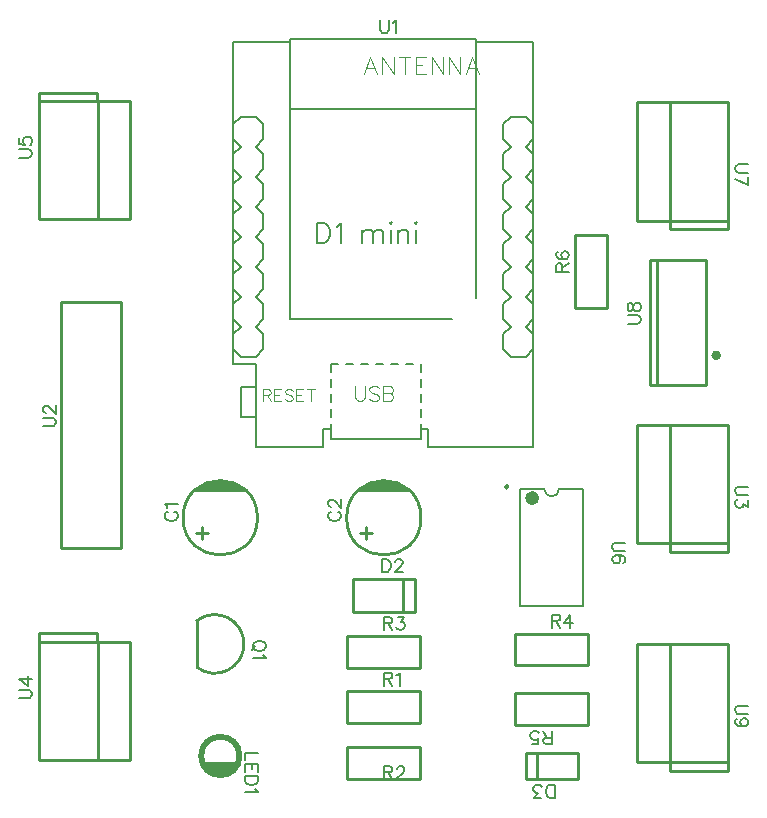
<source format=gto>
G04 Layer: TopSilkscreenLayer*
G04 EasyEDA v6.5.34, 2023-10-20 22:40:53*
G04 e57982c86cb447f5a272f3456a71b57b,57889503967a4714bf52c07adae62c9a,10*
G04 Gerber Generator version 0.2*
G04 Scale: 100 percent, Rotated: No, Reflected: No *
G04 Dimensions in millimeters *
G04 leading zeros omitted , absolute positions ,4 integer and 5 decimal *
%FSLAX45Y45*%
%MOMM*%

%ADD10C,0.1524*%
%ADD11C,0.1219*%
%ADD12C,0.1422*%
%ADD13C,0.0813*%
%ADD14C,0.1016*%
%ADD15C,0.2540*%
%ADD16C,0.1270*%
%ADD17C,0.2000*%
%ADD18C,0.2500*%
%ADD19C,0.6000*%
%ADD20C,0.4000*%
%ADD21C,0.0144*%

%LPD*%
D10*
X1853692Y9221978D02*
G01*
X1843278Y9216644D01*
X1832863Y9206229D01*
X1827784Y9196070D01*
X1827784Y9175242D01*
X1832863Y9164828D01*
X1843278Y9154413D01*
X1853692Y9149079D01*
X1869439Y9144000D01*
X1895347Y9144000D01*
X1910842Y9149079D01*
X1921255Y9154413D01*
X1931670Y9164828D01*
X1936750Y9175242D01*
X1936750Y9196070D01*
X1931670Y9206229D01*
X1921255Y9216644D01*
X1910842Y9221978D01*
X1848612Y9256268D02*
G01*
X1843278Y9266681D01*
X1827784Y9282176D01*
X1936750Y9282176D01*
X3237994Y9221972D02*
G01*
X3227580Y9216638D01*
X3217166Y9206224D01*
X3212086Y9196064D01*
X3212086Y9175236D01*
X3217166Y9164822D01*
X3227580Y9154408D01*
X3237994Y9149074D01*
X3253742Y9143994D01*
X3279650Y9143994D01*
X3295144Y9149074D01*
X3305558Y9154408D01*
X3315972Y9164822D01*
X3321052Y9175236D01*
X3321052Y9196064D01*
X3315972Y9206224D01*
X3305558Y9216638D01*
X3295144Y9221972D01*
X3237994Y9261342D02*
G01*
X3232914Y9261342D01*
X3222500Y9266676D01*
X3217166Y9271756D01*
X3212086Y9282170D01*
X3212086Y9302998D01*
X3217166Y9313412D01*
X3222500Y9318492D01*
X3232914Y9323826D01*
X3243328Y9323826D01*
X3253742Y9318492D01*
X3269236Y9308078D01*
X3321052Y9256262D01*
X3321052Y9328906D01*
X3667500Y8818636D02*
G01*
X3667500Y8709670D01*
X3667500Y8818636D02*
G01*
X3703822Y8818636D01*
X3719570Y8813556D01*
X3729730Y8803142D01*
X3735064Y8792728D01*
X3740144Y8776980D01*
X3740144Y8751072D01*
X3735064Y8735578D01*
X3729730Y8725164D01*
X3719570Y8714750D01*
X3703822Y8709670D01*
X3667500Y8709670D01*
X3779768Y8792728D02*
G01*
X3779768Y8797808D01*
X3784848Y8808222D01*
X3790182Y8813556D01*
X3800596Y8818636D01*
X3821170Y8818636D01*
X3831584Y8813556D01*
X3836918Y8808222D01*
X3841998Y8797808D01*
X3841998Y8787394D01*
X3836918Y8776980D01*
X3826504Y8761486D01*
X3774434Y8709670D01*
X3847332Y8709670D01*
X5129372Y6800288D02*
G01*
X5129372Y6909254D01*
X5129372Y6800288D02*
G01*
X5093050Y6800288D01*
X5077302Y6805368D01*
X5067142Y6815782D01*
X5061808Y6826196D01*
X5056728Y6841944D01*
X5056728Y6867852D01*
X5061808Y6883346D01*
X5067142Y6893760D01*
X5077302Y6904174D01*
X5093050Y6909254D01*
X5129372Y6909254D01*
X5012024Y6800288D02*
G01*
X4954874Y6800288D01*
X4985862Y6841944D01*
X4970368Y6841944D01*
X4959954Y6847024D01*
X4954874Y6852104D01*
X4949540Y6867852D01*
X4949540Y6878266D01*
X4954874Y6893760D01*
X4965288Y6904174D01*
X4980782Y6909254D01*
X4996276Y6909254D01*
X5012024Y6904174D01*
X5017104Y6899094D01*
X5022438Y6888680D01*
X2617213Y7178367D02*
G01*
X2508247Y7178367D01*
X2508247Y7178367D02*
G01*
X2508247Y7116137D01*
X2617213Y7081847D02*
G01*
X2508247Y7081847D01*
X2617213Y7081847D02*
G01*
X2617213Y7014283D01*
X2565397Y7081847D02*
G01*
X2565397Y7040191D01*
X2508247Y7081847D02*
G01*
X2508247Y7014283D01*
X2617213Y6979993D02*
G01*
X2508247Y6979993D01*
X2617213Y6979993D02*
G01*
X2617213Y6943417D01*
X2612133Y6927923D01*
X2601719Y6917509D01*
X2591305Y6912429D01*
X2575557Y6907095D01*
X2549649Y6907095D01*
X2534155Y6912429D01*
X2523741Y6917509D01*
X2513327Y6927923D01*
X2508247Y6943417D01*
X2508247Y6979993D01*
X2596385Y6872805D02*
G01*
X2601719Y6862391D01*
X2617213Y6846897D01*
X2508247Y6846897D01*
X2683713Y8095602D02*
G01*
X2678633Y8106016D01*
X2668219Y8116430D01*
X2657805Y8121764D01*
X2642057Y8126844D01*
X2616149Y8126844D01*
X2600655Y8121764D01*
X2590241Y8116430D01*
X2579827Y8106016D01*
X2574747Y8095602D01*
X2574747Y8074774D01*
X2579827Y8064614D01*
X2590241Y8054200D01*
X2600655Y8048866D01*
X2616149Y8043786D01*
X2642057Y8043786D01*
X2657805Y8048866D01*
X2668219Y8054200D01*
X2678633Y8064614D01*
X2683713Y8074774D01*
X2683713Y8095602D01*
X2595321Y8080108D02*
G01*
X2564333Y8048866D01*
X2662885Y8009496D02*
G01*
X2668219Y7999082D01*
X2683713Y7983334D01*
X2574747Y7983334D01*
X3683002Y7857723D02*
G01*
X3683002Y7748757D01*
X3683002Y7857723D02*
G01*
X3729738Y7857723D01*
X3745232Y7852643D01*
X3750566Y7847309D01*
X3755646Y7836895D01*
X3755646Y7826481D01*
X3750566Y7816067D01*
X3745232Y7810987D01*
X3729738Y7805907D01*
X3683002Y7805907D01*
X3719324Y7805907D02*
G01*
X3755646Y7748757D01*
X3789936Y7836895D02*
G01*
X3800350Y7842229D01*
X3816098Y7857723D01*
X3816098Y7748757D01*
X3683002Y7066968D02*
G01*
X3683002Y6958002D01*
X3683002Y7066968D02*
G01*
X3729738Y7066968D01*
X3745232Y7061888D01*
X3750566Y7056554D01*
X3755646Y7046140D01*
X3755646Y7035726D01*
X3750566Y7025312D01*
X3745232Y7020232D01*
X3729738Y7015152D01*
X3683002Y7015152D01*
X3719324Y7015152D02*
G01*
X3755646Y6958002D01*
X3795270Y7041060D02*
G01*
X3795270Y7046140D01*
X3800350Y7056554D01*
X3805684Y7061888D01*
X3816098Y7066968D01*
X3836672Y7066968D01*
X3847086Y7061888D01*
X3852420Y7056554D01*
X3857500Y7046140D01*
X3857500Y7035726D01*
X3852420Y7025312D01*
X3842006Y7009818D01*
X3789936Y6958002D01*
X3862834Y6958002D01*
X3683002Y8329330D02*
G01*
X3683002Y8220364D01*
X3683002Y8329330D02*
G01*
X3729738Y8329330D01*
X3745232Y8324250D01*
X3750566Y8318916D01*
X3755646Y8308502D01*
X3755646Y8298088D01*
X3750566Y8287674D01*
X3745232Y8282594D01*
X3729738Y8277514D01*
X3683002Y8277514D01*
X3719324Y8277514D02*
G01*
X3755646Y8220364D01*
X3800350Y8329330D02*
G01*
X3857500Y8329330D01*
X3826512Y8287674D01*
X3842006Y8287674D01*
X3852420Y8282594D01*
X3857500Y8277514D01*
X3862834Y8261766D01*
X3862834Y8251352D01*
X3857500Y8235858D01*
X3847086Y8225444D01*
X3831592Y8220364D01*
X3816098Y8220364D01*
X3800350Y8225444D01*
X3795270Y8230524D01*
X3789936Y8240938D01*
X5103980Y8347344D02*
G01*
X5103980Y8238378D01*
X5103980Y8347344D02*
G01*
X5150716Y8347344D01*
X5166210Y8342264D01*
X5171544Y8336930D01*
X5176624Y8326516D01*
X5176624Y8316102D01*
X5171544Y8305688D01*
X5166210Y8300608D01*
X5150716Y8295528D01*
X5103980Y8295528D01*
X5140302Y8295528D02*
G01*
X5176624Y8238378D01*
X5262984Y8347344D02*
G01*
X5210914Y8274700D01*
X5288892Y8274700D01*
X5262984Y8347344D02*
G01*
X5262984Y8238378D01*
X5103980Y7255502D02*
G01*
X5103980Y7364468D01*
X5103980Y7255502D02*
G01*
X5057244Y7255502D01*
X5041750Y7260582D01*
X5036416Y7265916D01*
X5031336Y7276330D01*
X5031336Y7286744D01*
X5036416Y7297158D01*
X5041750Y7302238D01*
X5057244Y7307318D01*
X5103980Y7307318D01*
X5067658Y7307318D02*
G01*
X5031336Y7364468D01*
X4934562Y7255502D02*
G01*
X4986632Y7255502D01*
X4991712Y7302238D01*
X4986632Y7297158D01*
X4970884Y7291824D01*
X4955390Y7291824D01*
X4939896Y7297158D01*
X4929482Y7307318D01*
X4924148Y7323066D01*
X4924148Y7333480D01*
X4929482Y7348974D01*
X4939896Y7359388D01*
X4955390Y7364468D01*
X4970884Y7364468D01*
X4986632Y7359388D01*
X4991712Y7354308D01*
X4997046Y7343894D01*
X5142484Y11252200D02*
G01*
X5251450Y11252200D01*
X5142484Y11252200D02*
G01*
X5142484Y11298936D01*
X5147563Y11314429D01*
X5152897Y11319763D01*
X5163311Y11324844D01*
X5173725Y11324844D01*
X5184140Y11319763D01*
X5189220Y11314429D01*
X5194300Y11298936D01*
X5194300Y11252200D01*
X5194300Y11288521D02*
G01*
X5251450Y11324844D01*
X5157977Y11421618D02*
G01*
X5147563Y11416284D01*
X5142484Y11400789D01*
X5142484Y11390376D01*
X5147563Y11374881D01*
X5163311Y11364468D01*
X5189220Y11359134D01*
X5215127Y11359134D01*
X5235956Y11364468D01*
X5246370Y11374881D01*
X5251450Y11390376D01*
X5251450Y11395710D01*
X5246370Y11411204D01*
X5235956Y11421618D01*
X5220461Y11426697D01*
X5215127Y11426697D01*
X5199634Y11421618D01*
X5189220Y11411204D01*
X5184140Y11395710D01*
X5184140Y11390376D01*
X5189220Y11374881D01*
X5199634Y11364468D01*
X5215127Y11359134D01*
X3651450Y13380516D02*
G01*
X3651450Y13302538D01*
X3656530Y13287044D01*
X3666944Y13276630D01*
X3682692Y13271550D01*
X3693106Y13271550D01*
X3708600Y13276630D01*
X3719014Y13287044D01*
X3724094Y13302538D01*
X3724094Y13380516D01*
X3758384Y13359688D02*
G01*
X3768798Y13365022D01*
X3784546Y13380516D01*
X3784546Y13271550D01*
D11*
X3567122Y13071980D02*
G01*
X3511750Y12926692D01*
X3567122Y13071980D02*
G01*
X3622494Y12926692D01*
X3532578Y12975206D02*
G01*
X3601920Y12975206D01*
X3668214Y13071980D02*
G01*
X3668214Y12926692D01*
X3668214Y13071980D02*
G01*
X3765242Y12926692D01*
X3765242Y13071980D02*
G01*
X3765242Y12926692D01*
X3859476Y13071980D02*
G01*
X3859476Y12926692D01*
X3810962Y13071980D02*
G01*
X3907990Y13071980D01*
X3953710Y13071980D02*
G01*
X3953710Y12926692D01*
X3953710Y13071980D02*
G01*
X4043880Y13071980D01*
X3953710Y13002892D02*
G01*
X4009082Y13002892D01*
X3953710Y12926692D02*
G01*
X4043880Y12926692D01*
X4089600Y13071980D02*
G01*
X4089600Y12926692D01*
X4089600Y13071980D02*
G01*
X4186374Y12926692D01*
X4186374Y13071980D02*
G01*
X4186374Y12926692D01*
X4232094Y13071980D02*
G01*
X4232094Y12926692D01*
X4232094Y13071980D02*
G01*
X4329122Y12926692D01*
X4329122Y13071980D02*
G01*
X4329122Y12926692D01*
X4430214Y13071980D02*
G01*
X4374842Y12926692D01*
X4430214Y13071980D02*
G01*
X4485840Y12926692D01*
X4395670Y12975206D02*
G01*
X4465012Y12975206D01*
D12*
X3116780Y11666524D02*
G01*
X3116780Y11496852D01*
X3116780Y11666524D02*
G01*
X3173422Y11666524D01*
X3197552Y11658650D01*
X3213808Y11642394D01*
X3221936Y11626138D01*
X3229810Y11602008D01*
X3229810Y11561622D01*
X3221936Y11537238D01*
X3213808Y11521236D01*
X3197552Y11504980D01*
X3173422Y11496852D01*
X3116780Y11496852D01*
X3283150Y11634266D02*
G01*
X3299406Y11642394D01*
X3323790Y11666524D01*
X3323790Y11496852D01*
X3501590Y11610136D02*
G01*
X3501590Y11496852D01*
X3501590Y11577624D02*
G01*
X3525720Y11602008D01*
X3541976Y11610136D01*
X3566106Y11610136D01*
X3582362Y11602008D01*
X3590490Y11577624D01*
X3590490Y11496852D01*
X3590490Y11577624D02*
G01*
X3614620Y11602008D01*
X3630876Y11610136D01*
X3655006Y11610136D01*
X3671262Y11602008D01*
X3679390Y11577624D01*
X3679390Y11496852D01*
X3732730Y11666524D02*
G01*
X3740604Y11658650D01*
X3748732Y11666524D01*
X3740604Y11674652D01*
X3732730Y11666524D01*
X3740604Y11610136D02*
G01*
X3740604Y11496852D01*
X3802072Y11610136D02*
G01*
X3802072Y11496852D01*
X3802072Y11577624D02*
G01*
X3826456Y11602008D01*
X3842458Y11610136D01*
X3866842Y11610136D01*
X3882844Y11602008D01*
X3890972Y11577624D01*
X3890972Y11496852D01*
X3944312Y11666524D02*
G01*
X3952440Y11658650D01*
X3960568Y11666524D01*
X3952440Y11674652D01*
X3944312Y11666524D01*
X3952440Y11610136D02*
G01*
X3952440Y11496852D01*
D13*
X2660850Y10256316D02*
G01*
X2660850Y10159288D01*
X2660850Y10256316D02*
G01*
X2702506Y10256316D01*
X2716222Y10251490D01*
X2720794Y10246918D01*
X2725620Y10237774D01*
X2725620Y10228630D01*
X2720794Y10219232D01*
X2716222Y10214660D01*
X2702506Y10210088D01*
X2660850Y10210088D01*
X2693108Y10210088D02*
G01*
X2725620Y10159288D01*
X2756100Y10256316D02*
G01*
X2756100Y10159288D01*
X2756100Y10256316D02*
G01*
X2816044Y10256316D01*
X2756100Y10210088D02*
G01*
X2792930Y10210088D01*
X2756100Y10159288D02*
G01*
X2816044Y10159288D01*
X2911040Y10242346D02*
G01*
X2901896Y10251490D01*
X2888180Y10256316D01*
X2869638Y10256316D01*
X2855668Y10251490D01*
X2846524Y10242346D01*
X2846524Y10233202D01*
X2851096Y10223804D01*
X2855668Y10219232D01*
X2865066Y10214660D01*
X2892752Y10205516D01*
X2901896Y10200690D01*
X2906468Y10196118D01*
X2911040Y10186974D01*
X2911040Y10173004D01*
X2901896Y10163860D01*
X2888180Y10159288D01*
X2869638Y10159288D01*
X2855668Y10163860D01*
X2846524Y10173004D01*
X2941520Y10256316D02*
G01*
X2941520Y10159288D01*
X2941520Y10256316D02*
G01*
X3001718Y10256316D01*
X2941520Y10210088D02*
G01*
X2978604Y10210088D01*
X2941520Y10159288D02*
G01*
X3001718Y10159288D01*
X3064456Y10256316D02*
G01*
X3064456Y10159288D01*
X3032198Y10256316D02*
G01*
X3096714Y10256316D01*
D14*
X3441900Y10281970D02*
G01*
X3441900Y10195356D01*
X3447742Y10177830D01*
X3459172Y10166400D01*
X3476444Y10160558D01*
X3488128Y10160558D01*
X3505400Y10166400D01*
X3516830Y10177830D01*
X3522672Y10195356D01*
X3522672Y10281970D01*
X3641544Y10264444D02*
G01*
X3630114Y10276128D01*
X3612842Y10281970D01*
X3589728Y10281970D01*
X3572456Y10276128D01*
X3560772Y10264444D01*
X3560772Y10253014D01*
X3566614Y10241330D01*
X3572456Y10235742D01*
X3583886Y10229900D01*
X3618430Y10218470D01*
X3630114Y10212628D01*
X3635956Y10206786D01*
X3641544Y10195356D01*
X3641544Y10177830D01*
X3630114Y10166400D01*
X3612842Y10160558D01*
X3589728Y10160558D01*
X3572456Y10166400D01*
X3560772Y10177830D01*
X3679644Y10281970D02*
G01*
X3679644Y10160558D01*
X3679644Y10281970D02*
G01*
X3731714Y10281970D01*
X3748986Y10276128D01*
X3754828Y10270286D01*
X3760670Y10258856D01*
X3760670Y10247172D01*
X3754828Y10235742D01*
X3748986Y10229900D01*
X3731714Y10224058D01*
X3679644Y10224058D02*
G01*
X3731714Y10224058D01*
X3748986Y10218470D01*
X3754828Y10212628D01*
X3760670Y10200944D01*
X3760670Y10183672D01*
X3754828Y10172242D01*
X3748986Y10166400D01*
X3731714Y10160558D01*
X3679644Y10160558D01*
D10*
X799084Y9944100D02*
G01*
X877062Y9944100D01*
X892555Y9949179D01*
X902970Y9959594D01*
X908050Y9975342D01*
X908050Y9985755D01*
X902970Y10001250D01*
X892555Y10011663D01*
X877062Y10016744D01*
X799084Y10016744D01*
X824992Y10056368D02*
G01*
X819912Y10056368D01*
X809497Y10061447D01*
X804163Y10066781D01*
X799084Y10077195D01*
X799084Y10097770D01*
X804163Y10108184D01*
X809497Y10113518D01*
X819912Y10118597D01*
X830326Y10118597D01*
X840739Y10113518D01*
X856234Y10103104D01*
X908050Y10051034D01*
X908050Y10123931D01*
X6768693Y9433801D02*
G01*
X6690715Y9433801D01*
X6675221Y9428721D01*
X6664807Y9418307D01*
X6659727Y9402559D01*
X6659727Y9392145D01*
X6664807Y9376651D01*
X6675221Y9366237D01*
X6690715Y9361157D01*
X6768693Y9361157D01*
X6768693Y9316453D02*
G01*
X6768693Y9259303D01*
X6727037Y9290291D01*
X6727037Y9274797D01*
X6721957Y9264383D01*
X6716877Y9259303D01*
X6701129Y9253969D01*
X6690715Y9253969D01*
X6675221Y9259303D01*
X6664807Y9269717D01*
X6659727Y9285211D01*
X6659727Y9300705D01*
X6664807Y9316453D01*
X6669887Y9321533D01*
X6680301Y9326867D01*
X595884Y7641399D02*
G01*
X673862Y7641399D01*
X689355Y7646479D01*
X699770Y7656893D01*
X704850Y7672641D01*
X704850Y7683055D01*
X699770Y7698549D01*
X689355Y7708963D01*
X673862Y7714043D01*
X595884Y7714043D01*
X595884Y7800403D02*
G01*
X668528Y7748333D01*
X668528Y7826311D01*
X595884Y7800403D02*
G01*
X704850Y7800403D01*
X595884Y12217400D02*
G01*
X673862Y12217400D01*
X689355Y12222479D01*
X699770Y12232894D01*
X704850Y12248642D01*
X704850Y12259055D01*
X699770Y12274550D01*
X689355Y12284963D01*
X673862Y12290044D01*
X595884Y12290044D01*
X595884Y12386818D02*
G01*
X595884Y12334747D01*
X642620Y12329668D01*
X637539Y12334747D01*
X632205Y12350495D01*
X632205Y12365989D01*
X637539Y12381484D01*
X647700Y12391897D01*
X663447Y12397231D01*
X673862Y12397231D01*
X689355Y12391897D01*
X699770Y12381484D01*
X704850Y12365989D01*
X704850Y12350495D01*
X699770Y12334747D01*
X694689Y12329668D01*
X684276Y12324334D01*
X6768693Y12164301D02*
G01*
X6690715Y12164301D01*
X6675221Y12159221D01*
X6664807Y12148807D01*
X6659727Y12133059D01*
X6659727Y12122645D01*
X6664807Y12107151D01*
X6675221Y12096737D01*
X6690715Y12091657D01*
X6768693Y12091657D01*
X6768693Y11984469D02*
G01*
X6659727Y12036539D01*
X6768693Y12057367D02*
G01*
X6768693Y11984469D01*
X6768693Y7579601D02*
G01*
X6690715Y7579601D01*
X6675221Y7574521D01*
X6664807Y7564107D01*
X6659727Y7548359D01*
X6659727Y7537945D01*
X6664807Y7522451D01*
X6675221Y7512037D01*
X6690715Y7506957D01*
X6768693Y7506957D01*
X6732371Y7405103D02*
G01*
X6716877Y7410183D01*
X6706463Y7420597D01*
X6701129Y7436091D01*
X6701129Y7441425D01*
X6706463Y7456919D01*
X6716877Y7467333D01*
X6732371Y7472667D01*
X6737451Y7472667D01*
X6753199Y7467333D01*
X6763613Y7456919D01*
X6768693Y7441425D01*
X6768693Y7436091D01*
X6763613Y7420597D01*
X6753199Y7410183D01*
X6732371Y7405103D01*
X6706463Y7405103D01*
X6680301Y7410183D01*
X6664807Y7420597D01*
X6659727Y7436091D01*
X6659727Y7446505D01*
X6664807Y7462253D01*
X6675221Y7467333D01*
X5727293Y8959001D02*
G01*
X5649315Y8959001D01*
X5633821Y8953921D01*
X5623407Y8943507D01*
X5618327Y8927759D01*
X5618327Y8917345D01*
X5623407Y8901851D01*
X5633821Y8891437D01*
X5649315Y8886357D01*
X5727293Y8886357D01*
X5711799Y8789583D02*
G01*
X5722213Y8794917D01*
X5727293Y8810411D01*
X5727293Y8820825D01*
X5722213Y8836319D01*
X5706465Y8846733D01*
X5680557Y8852067D01*
X5654649Y8852067D01*
X5633821Y8846733D01*
X5623407Y8836319D01*
X5618327Y8820825D01*
X5618327Y8815491D01*
X5623407Y8799997D01*
X5633821Y8789583D01*
X5649315Y8784503D01*
X5654649Y8784503D01*
X5670143Y8789583D01*
X5680557Y8799997D01*
X5685637Y8815491D01*
X5685637Y8820825D01*
X5680557Y8836319D01*
X5670143Y8846733D01*
X5654649Y8852067D01*
X5747661Y10809749D02*
G01*
X5825639Y10809749D01*
X5841133Y10814829D01*
X5851547Y10825243D01*
X5856627Y10840991D01*
X5856627Y10851405D01*
X5851547Y10866899D01*
X5841133Y10877313D01*
X5825639Y10882393D01*
X5747661Y10882393D01*
X5747661Y10942845D02*
G01*
X5752741Y10927097D01*
X5763155Y10922017D01*
X5773569Y10922017D01*
X5783983Y10927097D01*
X5789317Y10937511D01*
X5794397Y10958339D01*
X5799477Y10973833D01*
X5809891Y10984247D01*
X5820305Y10989581D01*
X5836053Y10989581D01*
X5846467Y10984247D01*
X5851547Y10979167D01*
X5856627Y10963419D01*
X5856627Y10942845D01*
X5851547Y10927097D01*
X5846467Y10922017D01*
X5836053Y10916683D01*
X5820305Y10916683D01*
X5809891Y10922017D01*
X5799477Y10932431D01*
X5794397Y10947925D01*
X5789317Y10968753D01*
X5783983Y10979167D01*
X5773569Y10984247D01*
X5763155Y10984247D01*
X5752741Y10979167D01*
X5747661Y10963419D01*
X5747661Y10942845D01*
G36*
X2294737Y9486849D02*
G01*
X2278888Y9486239D01*
X2263089Y9484817D01*
X2247442Y9482582D01*
X2231847Y9479584D01*
X2216505Y9475724D01*
X2201316Y9471101D01*
X2186432Y9465716D01*
X2171801Y9459569D01*
X2157526Y9452660D01*
X2143658Y9445040D01*
X2130145Y9436709D01*
X2117140Y9427667D01*
X2104542Y9418015D01*
X2092502Y9407702D01*
X2081022Y9396780D01*
X2070100Y9385300D01*
X2527300Y9385300D01*
X2516378Y9396780D01*
X2504897Y9407702D01*
X2492857Y9418015D01*
X2480259Y9427667D01*
X2467254Y9436709D01*
X2453741Y9445040D01*
X2439873Y9452660D01*
X2425598Y9459569D01*
X2410968Y9465716D01*
X2396083Y9471101D01*
X2380894Y9475724D01*
X2365552Y9479584D01*
X2349957Y9482582D01*
X2334310Y9484817D01*
X2318512Y9486239D01*
X2302662Y9486849D01*
G37*
G36*
X3679037Y9486849D02*
G01*
X3663187Y9486239D01*
X3647389Y9484817D01*
X3631742Y9482582D01*
X3616147Y9479534D01*
X3608425Y9477756D01*
X3593185Y9473488D01*
X3578148Y9468510D01*
X3563365Y9462719D01*
X3548938Y9456166D01*
X3541826Y9452660D01*
X3527958Y9444990D01*
X3514445Y9436709D01*
X3501440Y9427667D01*
X3488842Y9418015D01*
X3476802Y9407702D01*
X3465322Y9396780D01*
X3454400Y9385300D01*
X3911600Y9385300D01*
X3900678Y9396780D01*
X3889197Y9407702D01*
X3877157Y9418015D01*
X3864559Y9427667D01*
X3851554Y9436709D01*
X3838041Y9444990D01*
X3824173Y9452660D01*
X3809898Y9459518D01*
X3795268Y9465716D01*
X3780383Y9471101D01*
X3765194Y9475724D01*
X3757574Y9477756D01*
X3742080Y9481159D01*
X3726434Y9483801D01*
X3710686Y9485630D01*
X3694887Y9486646D01*
G37*
G36*
X2138680Y7102957D02*
G01*
X2188667Y7012940D01*
X2288692Y6992975D01*
X2358694Y7002932D01*
X2448661Y7102957D01*
G37*
D15*
X2095500Y9042400D02*
G01*
X2197100Y9042400D01*
X2146300Y8991600D02*
G01*
X2146300Y9093200D01*
X3479802Y9042394D02*
G01*
X3581402Y9042394D01*
X3530602Y8991594D02*
G01*
X3530602Y9093194D01*
X3847068Y8372820D02*
G01*
X3847068Y8652819D01*
X3942994Y8372820D02*
G01*
X3942994Y8652819D01*
X3942994Y8652819D02*
G01*
X3422995Y8652819D01*
X3422995Y8372820D02*
G01*
X3422995Y8652819D01*
X3942994Y8372820D02*
G01*
X3422995Y8372820D01*
X4883975Y7178006D02*
G01*
X5323974Y7178006D01*
X4883975Y6958002D02*
G01*
X5323974Y6958002D01*
X4883975Y7178006D02*
G01*
X4883975Y6958002D01*
X5323974Y7178006D02*
G01*
X5323974Y6958002D01*
X4977912Y7178006D02*
G01*
X4977912Y6958002D01*
X2100910Y7903453D02*
G01*
X2100910Y8299434D01*
X3373003Y7699606D02*
G01*
X3993001Y7699608D01*
X3373003Y7429609D02*
G01*
X3993001Y7429606D01*
X3993001Y7429609D02*
G01*
X3993001Y7699608D01*
X3373003Y7429606D02*
G01*
X3373003Y7699606D01*
X3373003Y7227999D02*
G01*
X3993001Y7228001D01*
X3373003Y6958002D02*
G01*
X3993001Y6957999D01*
X3993001Y6958002D02*
G01*
X3993001Y7228001D01*
X3373003Y6957999D02*
G01*
X3373003Y7227999D01*
X3373003Y8171213D02*
G01*
X3993001Y8171215D01*
X3373003Y7901216D02*
G01*
X3993001Y7901213D01*
X3993001Y7901216D02*
G01*
X3993001Y8171215D01*
X3373003Y7901213D02*
G01*
X3373003Y8171213D01*
X4793980Y8189226D02*
G01*
X5413979Y8189229D01*
X4793980Y7919229D02*
G01*
X5413979Y7919227D01*
X5413979Y7919229D02*
G01*
X5413979Y8189229D01*
X4793980Y7919227D02*
G01*
X4793980Y8189226D01*
X5413979Y7413619D02*
G01*
X4793980Y7413617D01*
X5413979Y7683616D02*
G01*
X4793980Y7683619D01*
X4793980Y7683616D02*
G01*
X4793980Y7413617D01*
X5413979Y7683619D02*
G01*
X5413979Y7413619D01*
X5300601Y10942200D02*
G01*
X5300599Y11562199D01*
X5570598Y10942200D02*
G01*
X5570600Y11562199D01*
X5570598Y11562199D02*
G01*
X5300599Y11562199D01*
X5570600Y10942200D02*
G01*
X5300601Y10942200D01*
D16*
X2406850Y11741200D02*
G01*
X2470350Y11804700D01*
X2406850Y11868200D01*
X2406850Y11995200D01*
X2470350Y12058700D01*
X2406850Y12122200D01*
X2406850Y12249200D01*
X2470350Y12312700D01*
X2406850Y12376200D01*
X2406850Y12503200D01*
X2470350Y12566700D01*
X2597350Y12566700D01*
X2660850Y12503200D01*
X2660850Y12376200D01*
X2597350Y12312700D01*
X2660850Y12249200D01*
X2660850Y12122200D01*
X2597350Y12058700D01*
X2660850Y11995200D01*
X2660850Y11868200D01*
X2597350Y11804700D01*
X2660850Y11741200D01*
X2660850Y11614200D01*
X2597350Y11550700D01*
X2660850Y11487200D01*
X2660850Y11360200D01*
X2597350Y11296700D01*
X2660850Y11233200D01*
X2660850Y11106200D01*
X2597350Y11042700D01*
X2660850Y10979200D01*
X2660850Y10852200D01*
X2597350Y10788700D01*
X2660850Y10725200D01*
X2660850Y10598200D01*
X2597350Y10534700D01*
X2470350Y10534700D01*
X2406850Y10598200D01*
X2406850Y11614200D02*
G01*
X2470350Y11550700D01*
X2406850Y11487200D01*
X2406850Y11360200D02*
G01*
X2470350Y11296700D01*
X2406850Y11233200D01*
X2406850Y11106200D02*
G01*
X2470350Y11042700D01*
X2406850Y10979200D01*
X2406850Y10852200D02*
G01*
X2470350Y10788700D01*
X2406850Y10725200D01*
X2406850Y12503200D02*
G01*
X2406850Y13201700D01*
X2889450Y13201700D01*
X2889450Y12630200D01*
X4464250Y12630200D01*
X4464250Y11030000D01*
X4464250Y12630200D02*
G01*
X4464250Y13201700D01*
X4946850Y13201700D01*
X4946850Y12503200D01*
X4946850Y12376200D01*
X4946850Y12249200D01*
X4946850Y12122200D01*
X4946850Y11995200D01*
X4946850Y11868200D01*
X4946850Y9772700D01*
X4057850Y9772700D01*
X4057850Y9925100D01*
X3994350Y9925100D01*
X3994350Y9963200D01*
X2406850Y11995200D02*
G01*
X2406850Y12122200D01*
X2406850Y12249200D02*
G01*
X2406850Y12376200D01*
X4946850Y11868200D02*
G01*
X4883350Y11804700D01*
X4946850Y11741200D01*
X4946850Y11614200D02*
G01*
X4883350Y11550700D01*
X4946850Y11487200D01*
X4946850Y11360200D02*
G01*
X4883350Y11296700D01*
X4946850Y11233200D01*
X4946850Y11106200D02*
G01*
X4883350Y11042700D01*
X4946850Y10979200D01*
X4946850Y10852200D02*
G01*
X4883350Y10788700D01*
X4946850Y10725200D01*
X4946850Y10598200D02*
G01*
X4883350Y10534700D01*
X4756350Y10534700D01*
X4692850Y10598200D01*
X4692850Y10725200D01*
X4756350Y10788700D01*
X4692850Y10852200D01*
X4692850Y10979200D01*
X4756350Y11042700D01*
X4692850Y11106200D01*
X4692850Y11233200D01*
X4756350Y11296700D01*
X4692850Y11360200D01*
X4692850Y11487200D01*
X4756350Y11550700D01*
X4692850Y11614200D01*
X4692850Y11741200D01*
X4756350Y11804700D01*
X4692850Y11868200D01*
X4692850Y11995200D01*
X4756350Y12058700D01*
X4692850Y12122200D01*
X4692850Y12249200D01*
X4756350Y12312700D01*
X4692850Y12376200D01*
X4692850Y12503200D01*
X4756350Y12566700D01*
X4883350Y12566700D01*
X4946850Y12503200D01*
X4946850Y12376200D02*
G01*
X4883350Y12312700D01*
X4946850Y12249200D01*
X4946850Y12122200D02*
G01*
X4883350Y12058700D01*
X4946850Y11995200D01*
X2406850Y11868200D02*
G01*
X2406850Y10471200D01*
X2597350Y10471200D01*
X2597350Y10280700D01*
X2597350Y10026700D01*
X2597350Y9772700D01*
X3168850Y9772700D01*
X3168850Y9925100D01*
X3232350Y9925100D01*
X3232350Y9963200D01*
X2597350Y10280700D02*
G01*
X2470350Y10280700D01*
X2470350Y10026700D01*
X2597350Y10026700D01*
X3232350Y9925100D02*
G01*
X3232350Y9836200D01*
X3994350Y9836200D01*
X3994350Y9925100D01*
X3295850Y10471200D02*
G01*
X3232350Y10471200D01*
X3232350Y10407700D01*
X3232350Y10344200D02*
G01*
X3232350Y10280700D01*
X3232350Y10217200D02*
G01*
X3232350Y10153700D01*
X3232350Y10090200D02*
G01*
X3232350Y10026700D01*
X3359350Y10471200D02*
G01*
X3422850Y10471200D01*
X3486350Y10471200D02*
G01*
X3549850Y10471200D01*
X3613350Y10471200D02*
G01*
X3676850Y10471200D01*
X3740350Y10471200D02*
G01*
X3803850Y10471200D01*
X3867350Y10471200D02*
G01*
X3930850Y10471200D01*
X3994350Y10471200D02*
G01*
X3994350Y10407700D01*
X3994350Y10344200D02*
G01*
X3994350Y10280700D01*
X3994350Y10217200D02*
G01*
X3994350Y10153700D01*
X3994350Y10090200D02*
G01*
X3994350Y10026700D01*
X2889450Y13201700D02*
G01*
X2889450Y13227100D01*
X4464250Y13227100D01*
X4464250Y13201700D01*
X2889450Y12630200D02*
G01*
X2889450Y10852200D01*
X4261050Y10852200D01*
D15*
X1460500Y8915400D02*
G01*
X952500Y8915400D01*
X952500Y10998200D01*
X1460500Y10998200D01*
X1460500Y8915400D01*
X6598577Y9955202D02*
G01*
X6598577Y8955201D01*
X6598577Y8955201D02*
G01*
X5828578Y8955201D01*
X6598577Y9955202D02*
G01*
X5828576Y9955202D01*
X5828578Y9955202D02*
G01*
X5828578Y8955201D01*
X6102987Y9955202D02*
G01*
X6102987Y8955201D01*
X6598577Y8955201D02*
G01*
X6598577Y8883700D01*
X6107277Y8883700D01*
X6107277Y8959900D01*
X766000Y7119998D02*
G01*
X766000Y8119998D01*
X766000Y8119998D02*
G01*
X1535998Y8119998D01*
X766000Y7119998D02*
G01*
X1536001Y7119998D01*
X1535998Y7119998D02*
G01*
X1535998Y8119998D01*
X1261590Y7119998D02*
G01*
X1261590Y8119998D01*
X766000Y8119998D02*
G01*
X766000Y8191500D01*
X1257300Y8191500D01*
X1257300Y8115300D01*
X766000Y11695998D02*
G01*
X766000Y12695999D01*
X766000Y12695999D02*
G01*
X1535998Y12695999D01*
X766000Y11695998D02*
G01*
X1536001Y11695998D01*
X1535998Y11695998D02*
G01*
X1535998Y12695999D01*
X1261590Y11695998D02*
G01*
X1261590Y12695999D01*
X766000Y12695999D02*
G01*
X766000Y12767500D01*
X1257300Y12767500D01*
X1257300Y12691300D01*
X6598577Y12685702D02*
G01*
X6598577Y11685701D01*
X6598577Y11685701D02*
G01*
X5828578Y11685701D01*
X6598577Y12685702D02*
G01*
X5828576Y12685702D01*
X5828578Y12685702D02*
G01*
X5828578Y11685701D01*
X6102987Y12685702D02*
G01*
X6102987Y11685701D01*
X6598577Y11685701D02*
G01*
X6598577Y11614200D01*
X6107277Y11614200D01*
X6107277Y11690400D01*
X6598577Y8101002D02*
G01*
X6598577Y7101001D01*
X6598577Y7101001D02*
G01*
X5828578Y7101001D01*
X6598577Y8101002D02*
G01*
X5828576Y8101002D01*
X5828578Y8101002D02*
G01*
X5828578Y7101001D01*
X6102987Y8101002D02*
G01*
X6102987Y7101001D01*
X6598577Y7101001D02*
G01*
X6598577Y7029500D01*
X6107277Y7029500D01*
X6107277Y7105700D01*
D17*
X5167977Y9414901D02*
G01*
X5167477Y9414931D01*
X5368899Y9414931D01*
X5368899Y8424839D01*
X4839055Y8424839D01*
X4839055Y9414931D01*
X5040477Y9414931D01*
X5039977Y9414901D01*
D15*
X5935070Y10292349D02*
G01*
X5935070Y11352550D01*
X6414879Y11352550D01*
X6414879Y10292349D01*
X5935578Y10292349D01*
X5935070Y10292349D01*
X5994986Y11352446D02*
G01*
X5994986Y10292453D01*
G75*
G01*
X2100783Y7903324D02*
G03*
X2100783Y8299564I149840J198120D01*
D17*
G75*
G01*
X5039977Y9414901D02*
G03*
X5166977Y9414901I63500J0D01*
D18*
G75*
G01*
X4722978Y9444396D02*
G03*
X4723232Y9444396I127J-12499D01*
D19*
G75*
G01*
X4938878Y9365910D02*
G03*
X4939386Y9365910I254J-29999D01*
D20*
G75*
G01*
X6477478Y10545453D02*
G03*
X6477478Y10545707I19999J127D01*
D15*
G75*
G01
X2613660Y9169400D02*
G03X2613660Y9169400I-314960J0D01*
G75*
G01
X3997963Y9169395D02*
G03X3997963Y9169395I-314960J0D01*
G75*
G01
X2448809Y7152968D02*
G03X2448809Y7152968I-150114J0D01*
G75*
G01
X2473701Y7152968D02*
G03X2473701Y7152968I-175006J0D01*
M02*

</source>
